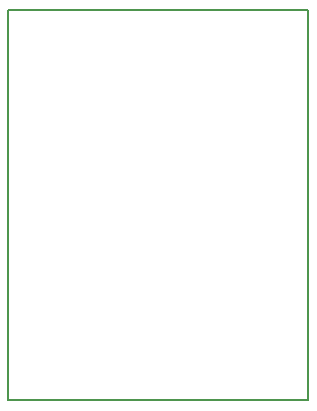
<source format=gbr>
G04 #@! TF.FileFunction,Profile,NP*
%FSLAX46Y46*%
G04 Gerber Fmt 4.6, Leading zero omitted, Abs format (unit mm)*
G04 Created by KiCad (PCBNEW 4.0.6) date 01/21/18 22:34:32*
%MOMM*%
%LPD*%
G01*
G04 APERTURE LIST*
%ADD10C,0.100000*%
%ADD11C,0.150000*%
G04 APERTURE END LIST*
D10*
D11*
X157480000Y-86360000D02*
X157480000Y-119380000D01*
X132080000Y-86360000D02*
X157480000Y-86360000D01*
X132080000Y-119380000D02*
X132080000Y-86360000D01*
X157480000Y-119380000D02*
X132080000Y-119380000D01*
M02*

</source>
